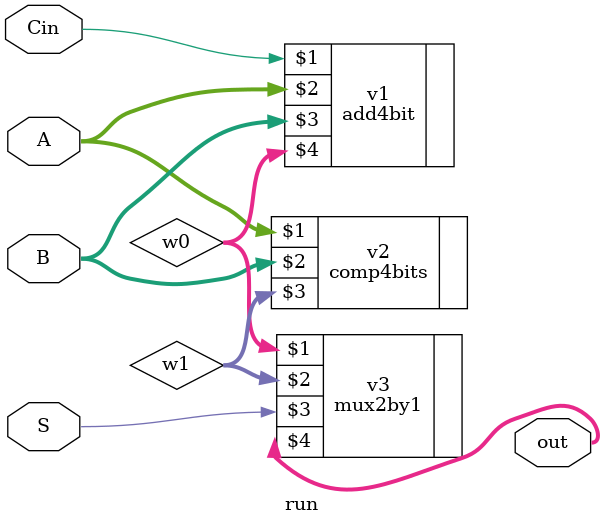
<source format=v>
module run(A,B,Cin,S,out);
input [3:0]A;
input [3:0]B;
input S,Cin;
output [4:0]out;
wire [4:0]w1,w0;

add4bit v1(Cin,A,B,w0);
 
comp4bits v2(A,B,w1);

mux2by1 v3(w0,w1,S,out);

endmodule 
</source>
